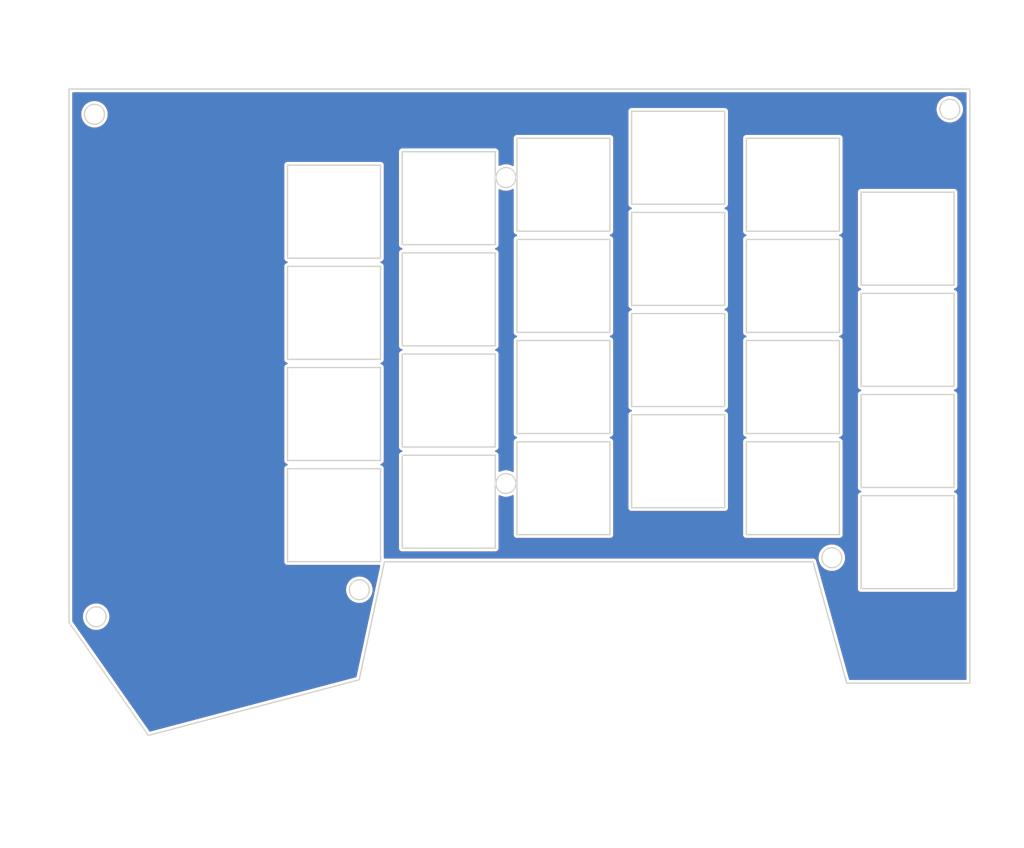
<source format=kicad_pcb>
(kicad_pcb (version 20221018) (generator pcbnew)
  (layers (0 "F.Cu" signal) (31 "B.Cu" signal) (34 "B.Paste" user) (35 "F.Paste" user) (36 "B.SilkS" user "B.Silkscreen") (37 "F.SilkS" user "F.Silkscreen") (38 "B.Mask" user) (39 "F.Mask" user) (44 "Edge.Cuts" user))
  (net 0 "")
  (gr_line (start 181.75224 85.37448) (end 167.75176 85.37448) (stroke (width 0.2)) (layer "Edge.Cuts"))
  (gr_line (start 202.29576 128.04648) (end 202.29576 114.046) (stroke (width 0.2)) (layer "Edge.Cuts"))
  (gr_line (start 150.47976 119.91848) (end 150.47976 105.918) (stroke (width 0.2)) (layer "Edge.Cuts"))
  (gr_line (start 83.03514 133.1468) (end 83.03514 52.77866) (stroke (width 0.2)) (layer "Edge.Cuts"))
  (gr_line (start 164.48024 105.918) (end 164.48024 119.91848) (stroke (width 0.2)) (layer "Edge.Cuts"))
  (gr_line (start 147.20824 91.47048) (end 133.20776 91.47048) (stroke (width 0.2)) (layer "Edge.Cuts"))
  (gr_line (start 150.47976 74.19848) (end 150.47976 60.198) (stroke (width 0.2)) (layer "Edge.Cuts"))
  (gr_line (start 181.75224 100.61448) (end 167.75176 100.61448) (stroke (width 0.2)) (layer "Edge.Cuts"))
  (gr_line (start 167.75176 71.374) (end 181.75224 71.374) (stroke (width 0.2)) (layer "Edge.Cuts"))
  (gr_line (start 181.75224 115.85448) (end 167.75176 115.85448) (stroke (width 0.2)) (layer "Edge.Cuts"))
  (gr_line (start 164.48024 75.438) (end 164.48024 89.43848) (stroke (width 0.2)) (layer "Edge.Cuts"))
  (gr_line (start 216.29624 97.56648) (end 202.29576 97.56648) (stroke (width 0.2)) (layer "Edge.Cuts"))
  (gr_line (start 216.29624 114.046) (end 216.29624 128.04648) (stroke (width 0.2)) (layer "Edge.Cuts"))
  (gr_line (start 195.04914 124.0028) (end 130.53314 124.0028) (stroke (width 0.2)) (layer "Edge.Cuts"))
  (gr_line (start 133.20776 76.23048) (end 133.20776 62.23) (stroke (width 0.2)) (layer "Edge.Cuts"))
  (gr_line (start 147.20824 77.47) (end 147.20824 91.47048) (stroke (width 0.2)) (layer "Edge.Cuts"))
  (gr_line (start 199.02424 75.438) (end 199.02424 89.43848) (stroke (width 0.2)) (layer "Edge.Cuts"))
  (gr_circle (center 148.82114 66.11366) (end 150.32114 66.11366) (stroke (width 0.2)) (fill none) (layer "Edge.Cuts"))
  (gr_line (start 133.20776 92.71) (end 147.20824 92.71) (stroke (width 0.2)) (layer "Edge.Cuts"))
  (gr_line (start 202.29576 114.046) (end 216.29624 114.046) (stroke (width 0.2)) (layer "Edge.Cuts"))
  (gr_line (start 164.48024 119.91848) (end 150.47976 119.91848) (stroke (width 0.2)) (layer "Edge.Cuts"))
  (gr_line (start 199.02424 119.91848) (end 185.02376 119.91848) (stroke (width 0.2)) (layer "Edge.Cuts"))
  (gr_line (start 185.02376 75.438) (end 199.02424 75.438) (stroke (width 0.2)) (layer "Edge.Cuts"))
  (gr_line (start 216.29624 98.806) (end 216.29624 112.80648) (stroke (width 0.2)) (layer "Edge.Cuts"))
  (gr_circle (center 126.746 128.21666) (end 128.246 128.21666) (stroke (width 0.2)) (fill none) (layer "Edge.Cuts"))
  (gr_line (start 115.93576 79.502) (end 129.93624 79.502) (stroke (width 0.2)) (layer "Edge.Cuts"))
  (gr_line (start 115.93576 109.982) (end 129.93624 109.982) (stroke (width 0.2)) (layer "Edge.Cuts"))
  (gr_line (start 133.20776 107.95) (end 147.20824 107.95) (stroke (width 0.2)) (layer "Edge.Cuts"))
  (gr_line (start 129.93624 79.502) (end 129.93624 93.50248) (stroke (width 0.2)) (layer "Edge.Cuts"))
  (gr_line (start 185.02376 105.918) (end 199.02424 105.918) (stroke (width 0.2)) (layer "Edge.Cuts"))
  (gr_line (start 164.48024 74.19848) (end 150.47976 74.19848) (stroke (width 0.2)) (layer "Edge.Cuts"))
  (gr_line (start 115.93576 93.50248) (end 115.93576 79.502) (stroke (width 0.2)) (layer "Edge.Cuts"))
  (gr_line (start 185.02376 90.678) (end 199.02424 90.678) (stroke (width 0.2)) (layer "Edge.Cuts"))
  (gr_line (start 147.20824 62.23) (end 147.20824 76.23048) (stroke (width 0.2)) (layer "Edge.Cuts"))
  (gr_line (start 181.75224 86.614) (end 181.75224 100.61448) (stroke (width 0.2)) (layer "Edge.Cuts"))
  (gr_line (start 216.29624 128.04648) (end 202.29576 128.04648) (stroke (width 0.2)) (layer "Edge.Cuts"))
  (gr_line (start 185.02376 104.67848) (end 185.02376 90.678) (stroke (width 0.2)) (layer "Edge.Cuts"))
  (gr_line (start 147.20824 121.95048) (end 133.20776 121.95048) (stroke (width 0.2)) (layer "Edge.Cuts"))
  (gr_line (start 164.48024 90.678) (end 164.48024 104.67848) (stroke (width 0.2)) (layer "Edge.Cuts"))
  (gr_line (start 83.058 52.77866) (end 218.67114 52.77866) (stroke (width 0.2)) (layer "Edge.Cuts"))
  (gr_line (start 133.20776 77.47) (end 147.20824 77.47) (stroke (width 0.2)) (layer "Edge.Cuts"))
  (gr_line (start 129.93624 78.26248) (end 115.93576 78.26248) (stroke (width 0.2)) (layer "Edge.Cuts"))
  (gr_line (start 147.20824 92.71) (end 147.20824 106.71048) (stroke (width 0.2)) (layer "Edge.Cuts"))
  (gr_line (start 185.02376 119.91848) (end 185.02376 105.918) (stroke (width 0.2)) (layer "Edge.Cuts"))
  (gr_line (start 129.93624 109.982) (end 129.93624 123.98248) (stroke (width 0.2)) (layer "Edge.Cuts"))
  (gr_line (start 133.20776 106.71048) (end 133.20776 92.71) (stroke (width 0.2)) (layer "Edge.Cuts"))
  (gr_line (start 83.03514 52.77866) (end 83.058 52.77866) (stroke (width 0.2)) (layer "Edge.Cuts"))
  (gr_line (start 218.67114 142.2908) (end 200.12914 142.2908) (stroke (width 0.2)) (layer "Edge.Cuts"))
  (gr_line (start 115.93576 94.742) (end 129.93624 94.742) (stroke (width 0.2)) (layer "Edge.Cuts"))
  (gr_line (start 199.02424 89.43848) (end 185.02376 89.43848) (stroke (width 0.2)) (layer "Edge.Cuts"))
  (gr_line (start 133.20776 91.47048) (end 133.20776 77.47) (stroke (width 0.2)) (layer "Edge.Cuts"))
  (gr_line (start 167.75176 56.134) (end 181.75224 56.134) (stroke (width 0.2)) (layer "Edge.Cuts"))
  (gr_line (start 147.20824 76.23048) (end 133.20776 76.23048) (stroke (width 0.2)) (layer "Edge.Cuts"))
  (gr_line (start 133.20776 121.95048) (end 133.20776 107.95) (stroke (width 0.2)) (layer "Edge.Cuts"))
  (gr_line (start 129.93624 123.98248) (end 115.93576 123.98248) (stroke (width 0.2)) (layer "Edge.Cuts"))
  (gr_line (start 202.29576 68.326) (end 216.29624 68.326) (stroke (width 0.2)) (layer "Edge.Cuts"))
  (gr_line (start 129.93624 108.74248) (end 115.93576 108.74248) (stroke (width 0.2)) (layer "Edge.Cuts"))
  (gr_line (start 164.48024 89.43848) (end 150.47976 89.43848) (stroke (width 0.2)) (layer "Edge.Cuts"))
  (gr_line (start 115.93576 78.26248) (end 115.93576 64.262) (stroke (width 0.2)) (layer "Edge.Cuts"))
  (gr_line (start 199.02424 74.19848) (end 185.02376 74.19848) (stroke (width 0.2)) (layer "Edge.Cuts"))
  (gr_line (start 150.47976 89.43848) (end 150.47976 75.438) (stroke (width 0.2)) (layer "Edge.Cuts"))
  (gr_line (start 216.29624 83.566) (end 216.29624 97.56648) (stroke (width 0.2)) (layer "Edge.Cuts"))
  (gr_line (start 167.75176 86.614) (end 181.75224 86.614) (stroke (width 0.2)) (layer "Edge.Cuts"))
  (gr_line (start 181.75224 70.13448) (end 167.75176 70.13448) (stroke (width 0.2)) (layer "Edge.Cuts"))
  (gr_line (start 218.67114 52.77866) (end 218.67114 142.2908) (stroke (width 0.2)) (layer "Edge.Cuts"))
  (gr_line (start 133.20776 62.23) (end 147.20824 62.23) (stroke (width 0.2)) (layer "Edge.Cuts"))
  (gr_line (start 200.12914 142.2908) (end 195.04914 124.0028) (stroke (width 0.2)) (layer "Edge.Cuts"))
  (gr_line (start 167.75176 85.37448) (end 167.75176 71.374) (stroke (width 0.2)) (layer "Edge.Cuts"))
  (gr_line (start 150.47976 90.678) (end 164.48024 90.678) (stroke (width 0.2)) (layer "Edge.Cuts"))
  (gr_line (start 167.75176 101.854) (end 181.75224 101.854) (stroke (width 0.2)) (layer "Edge.Cuts"))
  (gr_line (start 150.47976 105.918) (end 164.48024 105.918) (stroke (width 0.2)) (layer "Edge.Cuts"))
  (gr_line (start 202.29576 82.32648) (end 202.29576 68.326) (stroke (width 0.2)) (layer "Edge.Cuts"))
  (gr_line (start 181.75224 71.374) (end 181.75224 85.37448) (stroke (width 0.2)) (layer "Edge.Cuts"))
  (gr_line (start 150.47976 60.198) (end 164.48024 60.198) (stroke (width 0.2)) (layer "Edge.Cuts"))
  (gr_line (start 185.02376 74.19848) (end 185.02376 60.198) (stroke (width 0.2)) (layer "Edge.Cuts"))
  (gr_line (start 129.93624 93.50248) (end 115.93576 93.50248) (stroke (width 0.2)) (layer "Edge.Cuts"))
  (gr_line (start 181.75224 56.134) (end 181.75224 70.13448) (stroke (width 0.2)) (layer "Edge.Cuts"))
  (gr_line (start 185.02376 89.43848) (end 185.02376 75.438) (stroke (width 0.2)) (layer "Edge.Cuts"))
  (gr_line (start 199.02424 104.67848) (end 185.02376 104.67848) (stroke (width 0.2)) (layer "Edge.Cuts"))
  (gr_line (start 126.72314 141.7828) (end 94.97314 150.1648) (stroke (width 0.2)) (layer "Edge.Cuts"))
  (gr_line (start 167.75176 115.85448) (end 167.75176 101.854) (stroke (width 0.2)) (layer "Edge.Cuts"))
  (gr_line (start 181.75224 101.854) (end 181.75224 115.85448) (stroke (width 0.2)) (layer "Edge.Cuts"))
  (gr_line (start 202.29576 97.56648) (end 202.29576 83.566) (stroke (width 0.2)) (layer "Edge.Cuts"))
  (gr_line (start 199.02424 105.918) (end 199.02424 119.91848) (stroke (width 0.2)) (layer "Edge.Cuts"))
  (gr_line (start 115.93576 108.74248) (end 115.93576 94.742) (stroke (width 0.2)) (layer "Edge.Cuts"))
  (gr_line (start 202.29576 83.566) (end 216.29624 83.566) (stroke (width 0.2)) (layer "Edge.Cuts"))
  (gr_line (start 167.75176 70.13448) (end 167.75176 56.134) (stroke (width 0.2)) (layer "Edge.Cuts"))
  (gr_line (start 150.47976 75.438) (end 164.48024 75.438) (stroke (width 0.2)) (layer "Edge.Cuts"))
  (gr_line (start 115.93576 64.262) (end 129.93624 64.262) (stroke (width 0.2)) (layer "Edge.Cuts"))
  (gr_circle (center 215.646 55.82666) (end 217.146 55.82666) (stroke (width 0.2)) (fill none) (layer "Edge.Cuts"))
  (gr_circle (center 86.868 56.58866) (end 88.368 56.58866) (stroke (width 0.2)) (fill none) (layer "Edge.Cuts"))
  (gr_line (start 164.48024 104.67848) (end 150.47976 104.67848) (stroke (width 0.2)) (layer "Edge.Cuts"))
  (gr_line (start 202.29576 112.80648) (end 202.29576 98.806) (stroke (width 0.2)) (layer "Edge.Cuts"))
  (gr_line (start 130.53314 124.0028) (end 126.72314 141.7828) (stroke (width 0.2)) (layer "Edge.Cuts"))
  (gr_line (start 216.29624 112.80648) (end 202.29576 112.80648) (stroke (width 0.2)) (layer "Edge.Cuts"))
  (gr_line (start 199.02424 60.198) (end 199.02424 74.19848) (stroke (width 0.2)) (layer "Edge.Cuts"))
  (gr_line (start 216.29624 68.326) (end 216.29624 82.32648) (stroke (width 0.2)) (layer "Edge.Cuts"))
  (gr_line (start 167.75176 100.61448) (end 167.75176 86.614) (stroke (width 0.2)) (layer "Edge.Cuts"))
  (gr_circle (center 87.122 132.28066) (end 88.622 132.28066) (stroke (width 0.2)) (fill none) (layer "Edge.Cuts"))
  (gr_line (start 147.20824 106.71048) (end 133.20776 106.71048) (stroke (width 0.2)) (layer "Edge.Cuts"))
  (gr_line (start 129.93624 64.262) (end 129.93624 78.26248) (stroke (width 0.2)) (layer "Edge.Cuts"))
  (gr_line (start 94.97314 150.1648) (end 83.03514 133.1468) (stroke (width 0.2)) (layer "Edge.Cuts"))
  (gr_line (start 199.02424 90.678) (end 199.02424 104.67848) (stroke (width 0.2)) (layer "Edge.Cuts"))
  (gr_line (start 216.29624 82.32648) (end 202.29576 82.32648) (stroke (width 0.2)) (layer "Edge.Cuts"))
  (gr_line (start 115.93576 123.98248) (end 115.93576 109.982) (stroke (width 0.2)) (layer "Edge.Cuts"))
  (gr_line (start 129.93624 94.742) (end 129.93624 108.74248) (stroke (width 0.2)) (layer "Edge.Cuts"))
  (gr_line (start 147.20824 107.95) (end 147.20824 121.95048) (stroke (width 0.2)) (layer "Edge.Cuts"))
  (gr_circle (center 148.82114 112.21466) (end 150.32114 112.21466) (stroke (width 0.2)) (fill none) (layer "Edge.Cuts"))
  (gr_line (start 202.29576 98.806) (end 216.29624 98.806) (stroke (width 0.2)) (layer "Edge.Cuts"))
  (gr_line (start 164.48024 60.198) (end 164.48024 74.19848) (stroke (width 0.2)) (layer "Edge.Cuts"))
  (gr_circle (center 197.88886 123.39066) (end 199.38886 123.39066) (stroke (width 0.2)) (fill none) (layer "Edge.Cuts"))
  (gr_line (start 150.47976 104.67848) (end 150.47976 90.678) (stroke (width 0.2)) (layer "Edge.Cuts"))
  (gr_line (start 185.02376 60.198) (end 199.02424 60.198) (stroke (width 0.2)) (layer "Edge.Cuts"))
  (zone (net 0) (net_name "") (layers "F&B.Cu") (connect_pads (clearance 0.5)) (min_thickness 0.25) (fill yes (thermal_gap 0.5) (thermal_bridge_width 0.5) (island_removal_mode 1) (island_area_min 10))
    (polygon (pts (xy 73.406 41.656) (xy 226.822 39.37) (xy 226.314 153.924) (xy 72.644 167.132)))
  )
)
</source>
